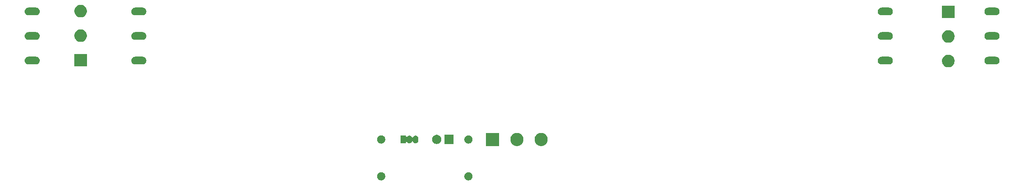
<source format=gbr>
G04 #@! TF.GenerationSoftware,KiCad,Pcbnew,(5.1.5-0-10_14)*
G04 #@! TF.CreationDate,2020-05-14T18:36:20+02:00*
G04 #@! TF.ProjectId,endstop,656e6473-746f-4702-9e6b-696361645f70,rev?*
G04 #@! TF.SameCoordinates,Original*
G04 #@! TF.FileFunction,Soldermask,Bot*
G04 #@! TF.FilePolarity,Negative*
%FSLAX46Y46*%
G04 Gerber Fmt 4.6, Leading zero omitted, Abs format (unit mm)*
G04 Created by KiCad (PCBNEW (5.1.5-0-10_14)) date 2020-05-14 18:36:20*
%MOMM*%
%LPD*%
G04 APERTURE LIST*
%ADD10C,0.100000*%
G04 APERTURE END LIST*
D10*
G36*
X143248228Y-79191703D02*
G01*
X143403100Y-79255853D01*
X143542481Y-79348985D01*
X143661015Y-79467519D01*
X143754147Y-79606900D01*
X143818297Y-79761772D01*
X143851000Y-79926184D01*
X143851000Y-80093816D01*
X143818297Y-80258228D01*
X143754147Y-80413100D01*
X143661015Y-80552481D01*
X143542481Y-80671015D01*
X143403100Y-80764147D01*
X143248228Y-80828297D01*
X143083816Y-80861000D01*
X142916184Y-80861000D01*
X142751772Y-80828297D01*
X142596900Y-80764147D01*
X142457519Y-80671015D01*
X142338985Y-80552481D01*
X142245853Y-80413100D01*
X142181703Y-80258228D01*
X142149000Y-80093816D01*
X142149000Y-79926184D01*
X142181703Y-79761772D01*
X142245853Y-79606900D01*
X142338985Y-79467519D01*
X142457519Y-79348985D01*
X142596900Y-79255853D01*
X142751772Y-79191703D01*
X142916184Y-79159000D01*
X143083816Y-79159000D01*
X143248228Y-79191703D01*
G37*
G36*
X125248228Y-79191703D02*
G01*
X125403100Y-79255853D01*
X125542481Y-79348985D01*
X125661015Y-79467519D01*
X125754147Y-79606900D01*
X125818297Y-79761772D01*
X125851000Y-79926184D01*
X125851000Y-80093816D01*
X125818297Y-80258228D01*
X125754147Y-80413100D01*
X125661015Y-80552481D01*
X125542481Y-80671015D01*
X125403100Y-80764147D01*
X125248228Y-80828297D01*
X125083816Y-80861000D01*
X124916184Y-80861000D01*
X124751772Y-80828297D01*
X124596900Y-80764147D01*
X124457519Y-80671015D01*
X124338985Y-80552481D01*
X124245853Y-80413100D01*
X124181703Y-80258228D01*
X124149000Y-80093816D01*
X124149000Y-79926184D01*
X124181703Y-79761772D01*
X124245853Y-79606900D01*
X124338985Y-79467519D01*
X124457519Y-79348985D01*
X124596900Y-79255853D01*
X124751772Y-79191703D01*
X124916184Y-79159000D01*
X125083816Y-79159000D01*
X125248228Y-79191703D01*
G37*
G36*
X149351000Y-73741000D02*
G01*
X146649000Y-73741000D01*
X146649000Y-71039000D01*
X149351000Y-71039000D01*
X149351000Y-73741000D01*
G37*
G36*
X153394072Y-71090918D02*
G01*
X153639939Y-71192759D01*
X153751328Y-71267187D01*
X153861211Y-71340609D01*
X154049391Y-71528789D01*
X154087761Y-71586214D01*
X154131257Y-71651309D01*
X154197242Y-71750063D01*
X154299082Y-71995928D01*
X154351000Y-72256937D01*
X154351000Y-72523063D01*
X154299082Y-72784072D01*
X154238623Y-72930035D01*
X154197241Y-73029939D01*
X154122813Y-73141328D01*
X154056214Y-73241000D01*
X154049390Y-73251212D01*
X153861212Y-73439390D01*
X153639939Y-73587241D01*
X153639938Y-73587242D01*
X153639937Y-73587242D01*
X153394072Y-73689082D01*
X153133063Y-73741000D01*
X152866937Y-73741000D01*
X152605928Y-73689082D01*
X152360063Y-73587242D01*
X152360062Y-73587242D01*
X152360061Y-73587241D01*
X152138788Y-73439390D01*
X151950610Y-73251212D01*
X151943787Y-73241000D01*
X151877187Y-73141328D01*
X151802759Y-73029939D01*
X151761378Y-72930035D01*
X151700918Y-72784072D01*
X151649000Y-72523063D01*
X151649000Y-72256937D01*
X151700918Y-71995928D01*
X151802758Y-71750063D01*
X151868744Y-71651309D01*
X151912239Y-71586214D01*
X151950609Y-71528789D01*
X152138789Y-71340609D01*
X152248672Y-71267187D01*
X152360061Y-71192759D01*
X152605928Y-71090918D01*
X152866937Y-71039000D01*
X153133063Y-71039000D01*
X153394072Y-71090918D01*
G37*
G36*
X158394072Y-71090918D02*
G01*
X158639939Y-71192759D01*
X158751328Y-71267187D01*
X158861211Y-71340609D01*
X159049391Y-71528789D01*
X159087761Y-71586214D01*
X159131257Y-71651309D01*
X159197242Y-71750063D01*
X159299082Y-71995928D01*
X159351000Y-72256937D01*
X159351000Y-72523063D01*
X159299082Y-72784072D01*
X159238623Y-72930035D01*
X159197241Y-73029939D01*
X159122813Y-73141328D01*
X159056214Y-73241000D01*
X159049390Y-73251212D01*
X158861212Y-73439390D01*
X158639939Y-73587241D01*
X158639938Y-73587242D01*
X158639937Y-73587242D01*
X158394072Y-73689082D01*
X158133063Y-73741000D01*
X157866937Y-73741000D01*
X157605928Y-73689082D01*
X157360063Y-73587242D01*
X157360062Y-73587242D01*
X157360061Y-73587241D01*
X157138788Y-73439390D01*
X156950610Y-73251212D01*
X156943787Y-73241000D01*
X156877187Y-73141328D01*
X156802759Y-73029939D01*
X156761378Y-72930035D01*
X156700918Y-72784072D01*
X156649000Y-72523063D01*
X156649000Y-72256937D01*
X156700918Y-71995928D01*
X156802758Y-71750063D01*
X156868744Y-71651309D01*
X156912239Y-71586214D01*
X156950609Y-71528789D01*
X157138789Y-71340609D01*
X157248672Y-71267187D01*
X157360061Y-71192759D01*
X157605928Y-71090918D01*
X157866937Y-71039000D01*
X158133063Y-71039000D01*
X158394072Y-71090918D01*
G37*
G36*
X139951000Y-73341000D02*
G01*
X138049000Y-73341000D01*
X138049000Y-71439000D01*
X139951000Y-71439000D01*
X139951000Y-73341000D01*
G37*
G36*
X136737395Y-71475546D02*
G01*
X136910466Y-71547234D01*
X136972973Y-71589000D01*
X137066227Y-71651310D01*
X137198690Y-71783773D01*
X137241284Y-71847520D01*
X137302766Y-71939534D01*
X137374454Y-72112605D01*
X137411000Y-72296333D01*
X137411000Y-72483667D01*
X137374454Y-72667395D01*
X137302766Y-72840466D01*
X137302765Y-72840467D01*
X137198690Y-72996227D01*
X137066227Y-73128690D01*
X136987818Y-73181081D01*
X136910466Y-73232766D01*
X136737395Y-73304454D01*
X136553667Y-73341000D01*
X136366333Y-73341000D01*
X136182605Y-73304454D01*
X136009534Y-73232766D01*
X135932182Y-73181081D01*
X135853773Y-73128690D01*
X135721310Y-72996227D01*
X135617235Y-72840467D01*
X135617234Y-72840466D01*
X135545546Y-72667395D01*
X135509000Y-72483667D01*
X135509000Y-72296333D01*
X135545546Y-72112605D01*
X135617234Y-71939534D01*
X135678716Y-71847520D01*
X135721310Y-71783773D01*
X135853773Y-71651310D01*
X135947027Y-71589000D01*
X136009534Y-71547234D01*
X136182605Y-71475546D01*
X136366333Y-71439000D01*
X136553667Y-71439000D01*
X136737395Y-71475546D01*
G37*
G36*
X143248228Y-71571703D02*
G01*
X143403100Y-71635853D01*
X143542481Y-71728985D01*
X143661015Y-71847519D01*
X143754147Y-71986900D01*
X143818297Y-72141772D01*
X143851000Y-72306184D01*
X143851000Y-72473816D01*
X143818297Y-72638228D01*
X143754147Y-72793100D01*
X143661015Y-72932481D01*
X143542481Y-73051015D01*
X143403100Y-73144147D01*
X143248228Y-73208297D01*
X143083816Y-73241000D01*
X142916184Y-73241000D01*
X142751772Y-73208297D01*
X142596900Y-73144147D01*
X142457519Y-73051015D01*
X142338985Y-72932481D01*
X142245853Y-72793100D01*
X142181703Y-72638228D01*
X142149000Y-72473816D01*
X142149000Y-72306184D01*
X142181703Y-72141772D01*
X142245853Y-71986900D01*
X142338985Y-71847519D01*
X142457519Y-71728985D01*
X142596900Y-71635853D01*
X142751772Y-71571703D01*
X142916184Y-71539000D01*
X143083816Y-71539000D01*
X143248228Y-71571703D01*
G37*
G36*
X125248228Y-71571703D02*
G01*
X125403100Y-71635853D01*
X125542481Y-71728985D01*
X125661015Y-71847519D01*
X125754147Y-71986900D01*
X125818297Y-72141772D01*
X125851000Y-72306184D01*
X125851000Y-72473816D01*
X125818297Y-72638228D01*
X125754147Y-72793100D01*
X125661015Y-72932481D01*
X125542481Y-73051015D01*
X125403100Y-73144147D01*
X125248228Y-73208297D01*
X125083816Y-73241000D01*
X124916184Y-73241000D01*
X124751772Y-73208297D01*
X124596900Y-73144147D01*
X124457519Y-73051015D01*
X124338985Y-72932481D01*
X124245853Y-72793100D01*
X124181703Y-72638228D01*
X124149000Y-72473816D01*
X124149000Y-72306184D01*
X124181703Y-72141772D01*
X124245853Y-71986900D01*
X124338985Y-71847519D01*
X124457519Y-71728985D01*
X124596900Y-71635853D01*
X124751772Y-71571703D01*
X124916184Y-71539000D01*
X125083816Y-71539000D01*
X125248228Y-71571703D01*
G37*
G36*
X132192915Y-71597334D02*
G01*
X132301491Y-71630271D01*
X132301494Y-71630272D01*
X132337600Y-71649571D01*
X132401556Y-71683756D01*
X132489264Y-71755736D01*
X132561244Y-71843443D01*
X132595429Y-71907399D01*
X132614728Y-71943505D01*
X132614729Y-71943508D01*
X132647666Y-72052084D01*
X132656000Y-72136702D01*
X132656000Y-72643297D01*
X132647666Y-72727916D01*
X132615252Y-72834767D01*
X132614728Y-72836495D01*
X132604761Y-72855141D01*
X132561244Y-72936557D01*
X132489264Y-73024264D01*
X132401557Y-73096244D01*
X132340854Y-73128690D01*
X132301495Y-73149728D01*
X132301492Y-73149729D01*
X132192916Y-73182666D01*
X132080000Y-73193787D01*
X131967085Y-73182666D01*
X131858509Y-73149729D01*
X131858506Y-73149728D01*
X131819147Y-73128690D01*
X131758444Y-73096244D01*
X131670737Y-73024264D01*
X131598757Y-72936557D01*
X131555239Y-72855141D01*
X131541625Y-72834766D01*
X131524298Y-72817439D01*
X131503924Y-72803826D01*
X131481285Y-72794448D01*
X131457252Y-72789668D01*
X131432748Y-72789668D01*
X131408715Y-72794448D01*
X131386076Y-72803826D01*
X131365701Y-72817440D01*
X131348374Y-72834767D01*
X131334761Y-72855141D01*
X131291244Y-72936557D01*
X131219264Y-73024264D01*
X131131557Y-73096244D01*
X131070854Y-73128690D01*
X131031495Y-73149728D01*
X131031492Y-73149729D01*
X130922916Y-73182666D01*
X130810000Y-73193787D01*
X130697085Y-73182666D01*
X130588509Y-73149729D01*
X130588506Y-73149728D01*
X130549147Y-73128690D01*
X130488444Y-73096244D01*
X130400737Y-73024264D01*
X130337622Y-72947359D01*
X130320297Y-72930034D01*
X130299923Y-72916420D01*
X130277284Y-72907043D01*
X130253250Y-72902263D01*
X130228746Y-72902263D01*
X130204713Y-72907044D01*
X130182074Y-72916421D01*
X130161700Y-72930035D01*
X130144373Y-72947362D01*
X130130759Y-72967736D01*
X130121382Y-72990375D01*
X130116000Y-73026660D01*
X130116000Y-73191000D01*
X128964000Y-73191000D01*
X128964000Y-71589000D01*
X130116000Y-71589000D01*
X130116000Y-71753341D01*
X130118402Y-71777727D01*
X130125515Y-71801176D01*
X130137066Y-71822787D01*
X130152611Y-71841729D01*
X130171553Y-71857274D01*
X130193164Y-71868825D01*
X130216613Y-71875938D01*
X130240999Y-71878340D01*
X130265385Y-71875938D01*
X130288834Y-71868825D01*
X130310445Y-71857274D01*
X130329387Y-71841729D01*
X130337608Y-71832657D01*
X130400736Y-71755736D01*
X130488443Y-71683756D01*
X130552399Y-71649571D01*
X130588505Y-71630272D01*
X130588508Y-71630271D01*
X130697084Y-71597334D01*
X130810000Y-71586213D01*
X130922915Y-71597334D01*
X131031491Y-71630271D01*
X131031494Y-71630272D01*
X131067600Y-71649571D01*
X131131556Y-71683756D01*
X131219264Y-71755736D01*
X131291244Y-71843443D01*
X131334761Y-71924859D01*
X131348375Y-71945234D01*
X131365702Y-71962561D01*
X131386076Y-71976174D01*
X131408715Y-71985552D01*
X131432748Y-71990332D01*
X131457252Y-71990332D01*
X131481285Y-71985552D01*
X131503924Y-71976174D01*
X131524299Y-71962560D01*
X131541626Y-71945233D01*
X131555239Y-71924860D01*
X131598756Y-71843444D01*
X131670736Y-71755736D01*
X131758443Y-71683756D01*
X131822399Y-71649571D01*
X131858505Y-71630272D01*
X131858508Y-71630271D01*
X131967084Y-71597334D01*
X132080000Y-71586213D01*
X132192915Y-71597334D01*
G37*
G36*
X242379487Y-54908996D02*
G01*
X242616253Y-55007068D01*
X242616255Y-55007069D01*
X242829339Y-55149447D01*
X243010553Y-55330661D01*
X243130963Y-55510867D01*
X243152932Y-55543747D01*
X243251004Y-55780513D01*
X243301000Y-56031861D01*
X243301000Y-56288139D01*
X243251004Y-56539487D01*
X243205587Y-56649133D01*
X243152931Y-56776255D01*
X243010553Y-56989339D01*
X242829339Y-57170553D01*
X242616255Y-57312931D01*
X242616254Y-57312932D01*
X242616253Y-57312932D01*
X242379487Y-57411004D01*
X242128139Y-57461000D01*
X241871861Y-57461000D01*
X241620513Y-57411004D01*
X241383747Y-57312932D01*
X241383746Y-57312932D01*
X241383745Y-57312931D01*
X241170661Y-57170553D01*
X240989447Y-56989339D01*
X240847069Y-56776255D01*
X240794413Y-56649133D01*
X240748996Y-56539487D01*
X240699000Y-56288139D01*
X240699000Y-56031861D01*
X240748996Y-55780513D01*
X240847068Y-55543747D01*
X240869038Y-55510867D01*
X240989447Y-55330661D01*
X241170661Y-55149447D01*
X241383745Y-55007069D01*
X241383747Y-55007068D01*
X241620513Y-54908996D01*
X241871861Y-54859000D01*
X242128139Y-54859000D01*
X242379487Y-54908996D01*
G37*
G36*
X64301000Y-57301000D02*
G01*
X61699000Y-57301000D01*
X61699000Y-54699000D01*
X64301000Y-54699000D01*
X64301000Y-57301000D01*
G37*
G36*
X75828571Y-55282863D02*
G01*
X75907023Y-55290590D01*
X76007682Y-55321125D01*
X76058013Y-55336392D01*
X76197165Y-55410771D01*
X76319133Y-55510867D01*
X76419229Y-55632835D01*
X76493608Y-55771987D01*
X76493608Y-55771988D01*
X76539410Y-55922977D01*
X76554875Y-56080000D01*
X76539410Y-56237023D01*
X76523904Y-56288139D01*
X76493608Y-56388013D01*
X76419229Y-56527165D01*
X76319133Y-56649133D01*
X76197165Y-56749229D01*
X76058013Y-56823608D01*
X76007682Y-56838875D01*
X75907023Y-56869410D01*
X75828571Y-56877137D01*
X75789346Y-56881000D01*
X74210654Y-56881000D01*
X74171429Y-56877137D01*
X74092977Y-56869410D01*
X73992318Y-56838875D01*
X73941987Y-56823608D01*
X73802835Y-56749229D01*
X73680867Y-56649133D01*
X73580771Y-56527165D01*
X73506392Y-56388013D01*
X73476096Y-56288139D01*
X73460590Y-56237023D01*
X73445125Y-56080000D01*
X73460590Y-55922977D01*
X73506392Y-55771988D01*
X73506392Y-55771987D01*
X73580771Y-55632835D01*
X73680867Y-55510867D01*
X73802835Y-55410771D01*
X73941987Y-55336392D01*
X73992318Y-55321125D01*
X74092977Y-55290590D01*
X74171429Y-55282863D01*
X74210654Y-55279000D01*
X75789346Y-55279000D01*
X75828571Y-55282863D01*
G37*
G36*
X251828571Y-55282863D02*
G01*
X251907023Y-55290590D01*
X252007682Y-55321125D01*
X252058013Y-55336392D01*
X252197165Y-55410771D01*
X252319133Y-55510867D01*
X252419229Y-55632835D01*
X252493608Y-55771987D01*
X252493608Y-55771988D01*
X252539410Y-55922977D01*
X252554875Y-56080000D01*
X252539410Y-56237023D01*
X252523904Y-56288139D01*
X252493608Y-56388013D01*
X252419229Y-56527165D01*
X252319133Y-56649133D01*
X252197165Y-56749229D01*
X252058013Y-56823608D01*
X252007682Y-56838875D01*
X251907023Y-56869410D01*
X251828571Y-56877137D01*
X251789346Y-56881000D01*
X250210654Y-56881000D01*
X250171429Y-56877137D01*
X250092977Y-56869410D01*
X249992318Y-56838875D01*
X249941987Y-56823608D01*
X249802835Y-56749229D01*
X249680867Y-56649133D01*
X249580771Y-56527165D01*
X249506392Y-56388013D01*
X249476096Y-56288139D01*
X249460590Y-56237023D01*
X249445125Y-56080000D01*
X249460590Y-55922977D01*
X249506392Y-55771988D01*
X249506392Y-55771987D01*
X249580771Y-55632835D01*
X249680867Y-55510867D01*
X249802835Y-55410771D01*
X249941987Y-55336392D01*
X249992318Y-55321125D01*
X250092977Y-55290590D01*
X250171429Y-55282863D01*
X250210654Y-55279000D01*
X251789346Y-55279000D01*
X251828571Y-55282863D01*
G37*
G36*
X53828571Y-55282863D02*
G01*
X53907023Y-55290590D01*
X54007682Y-55321125D01*
X54058013Y-55336392D01*
X54197165Y-55410771D01*
X54319133Y-55510867D01*
X54419229Y-55632835D01*
X54493608Y-55771987D01*
X54493608Y-55771988D01*
X54539410Y-55922977D01*
X54554875Y-56080000D01*
X54539410Y-56237023D01*
X54523904Y-56288139D01*
X54493608Y-56388013D01*
X54419229Y-56527165D01*
X54319133Y-56649133D01*
X54197165Y-56749229D01*
X54058013Y-56823608D01*
X54007682Y-56838875D01*
X53907023Y-56869410D01*
X53828571Y-56877137D01*
X53789346Y-56881000D01*
X52210654Y-56881000D01*
X52171429Y-56877137D01*
X52092977Y-56869410D01*
X51992318Y-56838875D01*
X51941987Y-56823608D01*
X51802835Y-56749229D01*
X51680867Y-56649133D01*
X51580771Y-56527165D01*
X51506392Y-56388013D01*
X51476096Y-56288139D01*
X51460590Y-56237023D01*
X51445125Y-56080000D01*
X51460590Y-55922977D01*
X51506392Y-55771988D01*
X51506392Y-55771987D01*
X51580771Y-55632835D01*
X51680867Y-55510867D01*
X51802835Y-55410771D01*
X51941987Y-55336392D01*
X51992318Y-55321125D01*
X52092977Y-55290590D01*
X52171429Y-55282863D01*
X52210654Y-55279000D01*
X53789346Y-55279000D01*
X53828571Y-55282863D01*
G37*
G36*
X229828571Y-55282863D02*
G01*
X229907023Y-55290590D01*
X230007682Y-55321125D01*
X230058013Y-55336392D01*
X230197165Y-55410771D01*
X230319133Y-55510867D01*
X230419229Y-55632835D01*
X230493608Y-55771987D01*
X230493608Y-55771988D01*
X230539410Y-55922977D01*
X230554875Y-56080000D01*
X230539410Y-56237023D01*
X230523904Y-56288139D01*
X230493608Y-56388013D01*
X230419229Y-56527165D01*
X230319133Y-56649133D01*
X230197165Y-56749229D01*
X230058013Y-56823608D01*
X230007682Y-56838875D01*
X229907023Y-56869410D01*
X229828571Y-56877137D01*
X229789346Y-56881000D01*
X228210654Y-56881000D01*
X228171429Y-56877137D01*
X228092977Y-56869410D01*
X227992318Y-56838875D01*
X227941987Y-56823608D01*
X227802835Y-56749229D01*
X227680867Y-56649133D01*
X227580771Y-56527165D01*
X227506392Y-56388013D01*
X227476096Y-56288139D01*
X227460590Y-56237023D01*
X227445125Y-56080000D01*
X227460590Y-55922977D01*
X227506392Y-55771988D01*
X227506392Y-55771987D01*
X227580771Y-55632835D01*
X227680867Y-55510867D01*
X227802835Y-55410771D01*
X227941987Y-55336392D01*
X227992318Y-55321125D01*
X228092977Y-55290590D01*
X228171429Y-55282863D01*
X228210654Y-55279000D01*
X229789346Y-55279000D01*
X229828571Y-55282863D01*
G37*
G36*
X242379487Y-49828996D02*
G01*
X242573712Y-49909447D01*
X242616255Y-49927069D01*
X242829339Y-50069447D01*
X243010553Y-50250661D01*
X243130963Y-50430867D01*
X243152932Y-50463747D01*
X243251004Y-50700513D01*
X243301000Y-50951861D01*
X243301000Y-51208139D01*
X243251004Y-51459487D01*
X243205587Y-51569133D01*
X243152931Y-51696255D01*
X243010553Y-51909339D01*
X242829339Y-52090553D01*
X242616255Y-52232931D01*
X242616254Y-52232932D01*
X242616253Y-52232932D01*
X242379487Y-52331004D01*
X242128139Y-52381000D01*
X241871861Y-52381000D01*
X241620513Y-52331004D01*
X241383747Y-52232932D01*
X241383746Y-52232932D01*
X241383745Y-52232931D01*
X241170661Y-52090553D01*
X240989447Y-51909339D01*
X240847069Y-51696255D01*
X240794413Y-51569133D01*
X240748996Y-51459487D01*
X240699000Y-51208139D01*
X240699000Y-50951861D01*
X240748996Y-50700513D01*
X240847068Y-50463747D01*
X240869038Y-50430867D01*
X240989447Y-50250661D01*
X241170661Y-50069447D01*
X241383745Y-49927069D01*
X241426288Y-49909447D01*
X241620513Y-49828996D01*
X241871861Y-49779000D01*
X242128139Y-49779000D01*
X242379487Y-49828996D01*
G37*
G36*
X63379487Y-49668996D02*
G01*
X63616253Y-49767068D01*
X63616255Y-49767069D01*
X63634111Y-49779000D01*
X63829339Y-49909447D01*
X64010553Y-50090661D01*
X64152932Y-50303747D01*
X64251004Y-50540513D01*
X64301000Y-50791861D01*
X64301000Y-51048139D01*
X64251004Y-51299487D01*
X64184729Y-51459488D01*
X64152931Y-51536255D01*
X64010553Y-51749339D01*
X63829339Y-51930553D01*
X63616255Y-52072931D01*
X63616254Y-52072932D01*
X63616253Y-52072932D01*
X63379487Y-52171004D01*
X63128139Y-52221000D01*
X62871861Y-52221000D01*
X62620513Y-52171004D01*
X62383747Y-52072932D01*
X62383746Y-52072932D01*
X62383745Y-52072931D01*
X62170661Y-51930553D01*
X61989447Y-51749339D01*
X61847069Y-51536255D01*
X61815271Y-51459488D01*
X61748996Y-51299487D01*
X61699000Y-51048139D01*
X61699000Y-50791861D01*
X61748996Y-50540513D01*
X61847068Y-50303747D01*
X61989447Y-50090661D01*
X62170661Y-49909447D01*
X62365889Y-49779000D01*
X62383745Y-49767069D01*
X62383747Y-49767068D01*
X62620513Y-49668996D01*
X62871861Y-49619000D01*
X63128139Y-49619000D01*
X63379487Y-49668996D01*
G37*
G36*
X229828571Y-50202863D02*
G01*
X229907023Y-50210590D01*
X230007682Y-50241125D01*
X230058013Y-50256392D01*
X230197165Y-50330771D01*
X230319133Y-50430867D01*
X230419229Y-50552835D01*
X230493608Y-50691987D01*
X230493608Y-50691988D01*
X230539410Y-50842977D01*
X230554875Y-51000000D01*
X230539410Y-51157023D01*
X230523904Y-51208139D01*
X230493608Y-51308013D01*
X230419229Y-51447165D01*
X230319133Y-51569133D01*
X230197165Y-51669229D01*
X230058013Y-51743608D01*
X230007682Y-51758875D01*
X229907023Y-51789410D01*
X229828571Y-51797137D01*
X229789346Y-51801000D01*
X228210654Y-51801000D01*
X228171429Y-51797137D01*
X228092977Y-51789410D01*
X227992318Y-51758875D01*
X227941987Y-51743608D01*
X227802835Y-51669229D01*
X227680867Y-51569133D01*
X227580771Y-51447165D01*
X227506392Y-51308013D01*
X227476096Y-51208139D01*
X227460590Y-51157023D01*
X227445125Y-51000000D01*
X227460590Y-50842977D01*
X227506392Y-50691988D01*
X227506392Y-50691987D01*
X227580771Y-50552835D01*
X227680867Y-50430867D01*
X227802835Y-50330771D01*
X227941987Y-50256392D01*
X227992318Y-50241125D01*
X228092977Y-50210590D01*
X228171429Y-50202863D01*
X228210654Y-50199000D01*
X229789346Y-50199000D01*
X229828571Y-50202863D01*
G37*
G36*
X251828571Y-50202863D02*
G01*
X251907023Y-50210590D01*
X252007682Y-50241125D01*
X252058013Y-50256392D01*
X252197165Y-50330771D01*
X252319133Y-50430867D01*
X252419229Y-50552835D01*
X252493608Y-50691987D01*
X252493608Y-50691988D01*
X252539410Y-50842977D01*
X252554875Y-51000000D01*
X252539410Y-51157023D01*
X252523904Y-51208139D01*
X252493608Y-51308013D01*
X252419229Y-51447165D01*
X252319133Y-51569133D01*
X252197165Y-51669229D01*
X252058013Y-51743608D01*
X252007682Y-51758875D01*
X251907023Y-51789410D01*
X251828571Y-51797137D01*
X251789346Y-51801000D01*
X250210654Y-51801000D01*
X250171429Y-51797137D01*
X250092977Y-51789410D01*
X249992318Y-51758875D01*
X249941987Y-51743608D01*
X249802835Y-51669229D01*
X249680867Y-51569133D01*
X249580771Y-51447165D01*
X249506392Y-51308013D01*
X249476096Y-51208139D01*
X249460590Y-51157023D01*
X249445125Y-51000000D01*
X249460590Y-50842977D01*
X249506392Y-50691988D01*
X249506392Y-50691987D01*
X249580771Y-50552835D01*
X249680867Y-50430867D01*
X249802835Y-50330771D01*
X249941987Y-50256392D01*
X249992318Y-50241125D01*
X250092977Y-50210590D01*
X250171429Y-50202863D01*
X250210654Y-50199000D01*
X251789346Y-50199000D01*
X251828571Y-50202863D01*
G37*
G36*
X53828571Y-50202863D02*
G01*
X53907023Y-50210590D01*
X54007682Y-50241125D01*
X54058013Y-50256392D01*
X54197165Y-50330771D01*
X54319133Y-50430867D01*
X54419229Y-50552835D01*
X54493608Y-50691987D01*
X54493608Y-50691988D01*
X54539410Y-50842977D01*
X54554875Y-51000000D01*
X54539410Y-51157023D01*
X54523904Y-51208139D01*
X54493608Y-51308013D01*
X54419229Y-51447165D01*
X54319133Y-51569133D01*
X54197165Y-51669229D01*
X54058013Y-51743608D01*
X54007682Y-51758875D01*
X53907023Y-51789410D01*
X53828571Y-51797137D01*
X53789346Y-51801000D01*
X52210654Y-51801000D01*
X52171429Y-51797137D01*
X52092977Y-51789410D01*
X51992318Y-51758875D01*
X51941987Y-51743608D01*
X51802835Y-51669229D01*
X51680867Y-51569133D01*
X51580771Y-51447165D01*
X51506392Y-51308013D01*
X51476096Y-51208139D01*
X51460590Y-51157023D01*
X51445125Y-51000000D01*
X51460590Y-50842977D01*
X51506392Y-50691988D01*
X51506392Y-50691987D01*
X51580771Y-50552835D01*
X51680867Y-50430867D01*
X51802835Y-50330771D01*
X51941987Y-50256392D01*
X51992318Y-50241125D01*
X52092977Y-50210590D01*
X52171429Y-50202863D01*
X52210654Y-50199000D01*
X53789346Y-50199000D01*
X53828571Y-50202863D01*
G37*
G36*
X75828571Y-50202863D02*
G01*
X75907023Y-50210590D01*
X76007682Y-50241125D01*
X76058013Y-50256392D01*
X76197165Y-50330771D01*
X76319133Y-50430867D01*
X76419229Y-50552835D01*
X76493608Y-50691987D01*
X76493608Y-50691988D01*
X76539410Y-50842977D01*
X76554875Y-51000000D01*
X76539410Y-51157023D01*
X76523904Y-51208139D01*
X76493608Y-51308013D01*
X76419229Y-51447165D01*
X76319133Y-51569133D01*
X76197165Y-51669229D01*
X76058013Y-51743608D01*
X76007682Y-51758875D01*
X75907023Y-51789410D01*
X75828571Y-51797137D01*
X75789346Y-51801000D01*
X74210654Y-51801000D01*
X74171429Y-51797137D01*
X74092977Y-51789410D01*
X73992318Y-51758875D01*
X73941987Y-51743608D01*
X73802835Y-51669229D01*
X73680867Y-51569133D01*
X73580771Y-51447165D01*
X73506392Y-51308013D01*
X73476096Y-51208139D01*
X73460590Y-51157023D01*
X73445125Y-51000000D01*
X73460590Y-50842977D01*
X73506392Y-50691988D01*
X73506392Y-50691987D01*
X73580771Y-50552835D01*
X73680867Y-50430867D01*
X73802835Y-50330771D01*
X73941987Y-50256392D01*
X73992318Y-50241125D01*
X74092977Y-50210590D01*
X74171429Y-50202863D01*
X74210654Y-50199000D01*
X75789346Y-50199000D01*
X75828571Y-50202863D01*
G37*
G36*
X243301000Y-47301000D02*
G01*
X240699000Y-47301000D01*
X240699000Y-44699000D01*
X243301000Y-44699000D01*
X243301000Y-47301000D01*
G37*
G36*
X63379487Y-44588996D02*
G01*
X63616253Y-44687068D01*
X63616255Y-44687069D01*
X63634111Y-44699000D01*
X63829339Y-44829447D01*
X64010553Y-45010661D01*
X64152932Y-45223747D01*
X64251004Y-45460513D01*
X64301000Y-45711861D01*
X64301000Y-45968139D01*
X64251004Y-46219487D01*
X64152932Y-46456253D01*
X64152931Y-46456255D01*
X64010553Y-46669339D01*
X63829339Y-46850553D01*
X63616255Y-46992931D01*
X63616254Y-46992932D01*
X63616253Y-46992932D01*
X63379487Y-47091004D01*
X63128139Y-47141000D01*
X62871861Y-47141000D01*
X62620513Y-47091004D01*
X62383747Y-46992932D01*
X62383746Y-46992932D01*
X62383745Y-46992931D01*
X62170661Y-46850553D01*
X61989447Y-46669339D01*
X61847069Y-46456255D01*
X61847068Y-46456253D01*
X61748996Y-46219487D01*
X61699000Y-45968139D01*
X61699000Y-45711861D01*
X61748996Y-45460513D01*
X61847068Y-45223747D01*
X61989447Y-45010661D01*
X62170661Y-44829447D01*
X62365889Y-44699000D01*
X62383745Y-44687069D01*
X62383747Y-44687068D01*
X62620513Y-44588996D01*
X62871861Y-44539000D01*
X63128139Y-44539000D01*
X63379487Y-44588996D01*
G37*
G36*
X229828571Y-45122863D02*
G01*
X229907023Y-45130590D01*
X230007682Y-45161125D01*
X230058013Y-45176392D01*
X230197165Y-45250771D01*
X230319133Y-45350867D01*
X230419229Y-45472835D01*
X230493608Y-45611987D01*
X230493608Y-45611988D01*
X230539410Y-45762977D01*
X230554875Y-45920000D01*
X230539410Y-46077023D01*
X230508875Y-46177682D01*
X230493608Y-46228013D01*
X230419229Y-46367165D01*
X230319133Y-46489133D01*
X230197165Y-46589229D01*
X230058013Y-46663608D01*
X230007682Y-46678875D01*
X229907023Y-46709410D01*
X229828571Y-46717137D01*
X229789346Y-46721000D01*
X228210654Y-46721000D01*
X228171429Y-46717137D01*
X228092977Y-46709410D01*
X227992318Y-46678875D01*
X227941987Y-46663608D01*
X227802835Y-46589229D01*
X227680867Y-46489133D01*
X227580771Y-46367165D01*
X227506392Y-46228013D01*
X227491125Y-46177682D01*
X227460590Y-46077023D01*
X227445125Y-45920000D01*
X227460590Y-45762977D01*
X227506392Y-45611988D01*
X227506392Y-45611987D01*
X227580771Y-45472835D01*
X227680867Y-45350867D01*
X227802835Y-45250771D01*
X227941987Y-45176392D01*
X227992318Y-45161125D01*
X228092977Y-45130590D01*
X228171429Y-45122863D01*
X228210654Y-45119000D01*
X229789346Y-45119000D01*
X229828571Y-45122863D01*
G37*
G36*
X53828571Y-45122863D02*
G01*
X53907023Y-45130590D01*
X54007682Y-45161125D01*
X54058013Y-45176392D01*
X54197165Y-45250771D01*
X54319133Y-45350867D01*
X54419229Y-45472835D01*
X54493608Y-45611987D01*
X54493608Y-45611988D01*
X54539410Y-45762977D01*
X54554875Y-45920000D01*
X54539410Y-46077023D01*
X54508875Y-46177682D01*
X54493608Y-46228013D01*
X54419229Y-46367165D01*
X54319133Y-46489133D01*
X54197165Y-46589229D01*
X54058013Y-46663608D01*
X54007682Y-46678875D01*
X53907023Y-46709410D01*
X53828571Y-46717137D01*
X53789346Y-46721000D01*
X52210654Y-46721000D01*
X52171429Y-46717137D01*
X52092977Y-46709410D01*
X51992318Y-46678875D01*
X51941987Y-46663608D01*
X51802835Y-46589229D01*
X51680867Y-46489133D01*
X51580771Y-46367165D01*
X51506392Y-46228013D01*
X51491125Y-46177682D01*
X51460590Y-46077023D01*
X51445125Y-45920000D01*
X51460590Y-45762977D01*
X51506392Y-45611988D01*
X51506392Y-45611987D01*
X51580771Y-45472835D01*
X51680867Y-45350867D01*
X51802835Y-45250771D01*
X51941987Y-45176392D01*
X51992318Y-45161125D01*
X52092977Y-45130590D01*
X52171429Y-45122863D01*
X52210654Y-45119000D01*
X53789346Y-45119000D01*
X53828571Y-45122863D01*
G37*
G36*
X75828571Y-45122863D02*
G01*
X75907023Y-45130590D01*
X76007682Y-45161125D01*
X76058013Y-45176392D01*
X76197165Y-45250771D01*
X76319133Y-45350867D01*
X76419229Y-45472835D01*
X76493608Y-45611987D01*
X76493608Y-45611988D01*
X76539410Y-45762977D01*
X76554875Y-45920000D01*
X76539410Y-46077023D01*
X76508875Y-46177682D01*
X76493608Y-46228013D01*
X76419229Y-46367165D01*
X76319133Y-46489133D01*
X76197165Y-46589229D01*
X76058013Y-46663608D01*
X76007682Y-46678875D01*
X75907023Y-46709410D01*
X75828571Y-46717137D01*
X75789346Y-46721000D01*
X74210654Y-46721000D01*
X74171429Y-46717137D01*
X74092977Y-46709410D01*
X73992318Y-46678875D01*
X73941987Y-46663608D01*
X73802835Y-46589229D01*
X73680867Y-46489133D01*
X73580771Y-46367165D01*
X73506392Y-46228013D01*
X73491125Y-46177682D01*
X73460590Y-46077023D01*
X73445125Y-45920000D01*
X73460590Y-45762977D01*
X73506392Y-45611988D01*
X73506392Y-45611987D01*
X73580771Y-45472835D01*
X73680867Y-45350867D01*
X73802835Y-45250771D01*
X73941987Y-45176392D01*
X73992318Y-45161125D01*
X74092977Y-45130590D01*
X74171429Y-45122863D01*
X74210654Y-45119000D01*
X75789346Y-45119000D01*
X75828571Y-45122863D01*
G37*
G36*
X251828571Y-45122863D02*
G01*
X251907023Y-45130590D01*
X252007682Y-45161125D01*
X252058013Y-45176392D01*
X252197165Y-45250771D01*
X252319133Y-45350867D01*
X252419229Y-45472835D01*
X252493608Y-45611987D01*
X252493608Y-45611988D01*
X252539410Y-45762977D01*
X252554875Y-45920000D01*
X252539410Y-46077023D01*
X252508875Y-46177682D01*
X252493608Y-46228013D01*
X252419229Y-46367165D01*
X252319133Y-46489133D01*
X252197165Y-46589229D01*
X252058013Y-46663608D01*
X252007682Y-46678875D01*
X251907023Y-46709410D01*
X251828571Y-46717137D01*
X251789346Y-46721000D01*
X250210654Y-46721000D01*
X250171429Y-46717137D01*
X250092977Y-46709410D01*
X249992318Y-46678875D01*
X249941987Y-46663608D01*
X249802835Y-46589229D01*
X249680867Y-46489133D01*
X249580771Y-46367165D01*
X249506392Y-46228013D01*
X249491125Y-46177682D01*
X249460590Y-46077023D01*
X249445125Y-45920000D01*
X249460590Y-45762977D01*
X249506392Y-45611988D01*
X249506392Y-45611987D01*
X249580771Y-45472835D01*
X249680867Y-45350867D01*
X249802835Y-45250771D01*
X249941987Y-45176392D01*
X249992318Y-45161125D01*
X250092977Y-45130590D01*
X250171429Y-45122863D01*
X250210654Y-45119000D01*
X251789346Y-45119000D01*
X251828571Y-45122863D01*
G37*
M02*

</source>
